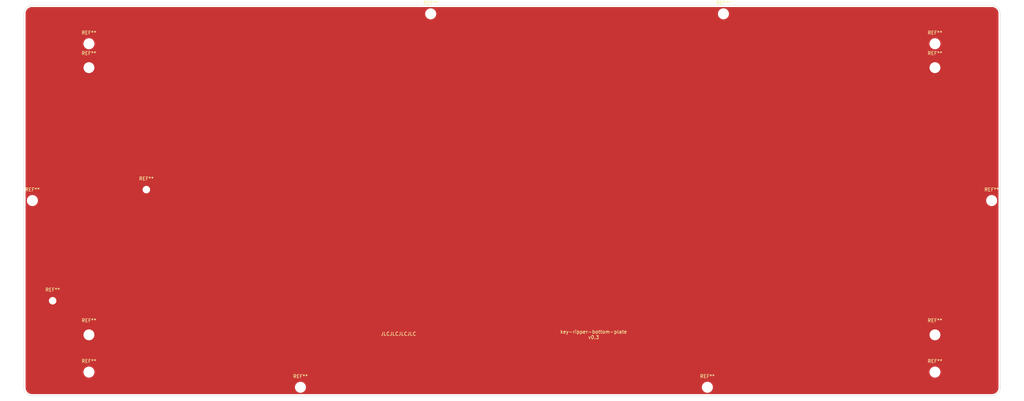
<source format=kicad_pcb>
(kicad_pcb (version 20211014) (generator pcbnew)
  (layers (0 "F.Cu" signal) (31 "B.Cu" signal) (34 "B.Paste" user) (35 "F.Paste" user) (36 "B.SilkS" user "B.Silkscreen") (37 "F.SilkS" user "F.Silkscreen") (38 "B.Mask" user) (39 "F.Mask" user) (44 "Edge.Cuts" user))
  (net 0 "")
  (footprint "MountingHole:MountingHole_2.2mm_M2" (layer "F.Cu") (at 21.55 76.2)
    (fp_text reference "REF**" (at 0 -3.2) (layer "F.SilkS"))
    (fp_text value "MountingHole_2.2mm_M2")
    (pad "" np_thru_hole circle (at 0 0) (size 2.2 2.2) (drill 2.2) (layers *.Cu *.Mask))
  )
  (footprint "MountingHole:MountingHole_2.2mm_M2" (layer "F.Cu") (at 138.125 21.55)
    (fp_text reference "REF**" (at 0 -3.2) (layer "F.SilkS"))
    (fp_text value "MountingHole_2.2mm_M2")
    (pad "" np_thru_hole circle (at 0 0) (size 2.2 2.2) (drill 2.2) (layers *.Cu *.Mask))
  )
  (footprint "MountingHole:MountingHole_2.2mm_M2" (layer "F.Cu") (at 100 130.85)
    (fp_text reference "REF**" (at 0 -3.2) (layer "F.SilkS"))
    (fp_text value "MountingHole_2.2mm_M2")
    (pad "" np_thru_hole circle (at 0 0) (size 2.2 2.2) (drill 2.2) (layers *.Cu *.Mask))
  )
  (footprint "MountingHole:MountingHole_3.2mm_M3" (layer "F.Cu") (at 285.7 37.3)
    (fp_text reference "REF**" (at 0 -4.2) (layer "F.SilkS"))
    (fp_text value "MountingHole_3.2mm_M3")
    (pad "" np_thru_hole circle (at 0 0) (size 3.2 3.2) (drill 3.2) (layers *.Cu *.Mask))
  )
  (footprint "MountingHole:MountingHole_2.2mm_M2" (layer "F.Cu") (at 302.3 76.2)
    (fp_text reference "REF**" (at 0 -3.2) (layer "F.SilkS"))
    (fp_text value "MountingHole_2.2mm_M2")
    (pad "" np_thru_hole circle (at 0 0) (size 2.2 2.2) (drill 2.2) (layers *.Cu *.Mask))
  )
  (footprint "MountingHole:MountingHole_3.2mm_M3" (layer "F.Cu") (at 285.7 115.5)
    (fp_text reference "REF**" (at 0 -4.2) (layer "F.SilkS"))
    (fp_text value "MountingHole_3.2mm_M3")
    (pad "" np_thru_hole circle (at 0 0) (size 3.2 3.2) (drill 3.2) (layers *.Cu *.Mask))
  )
  (footprint "MountingHole:MountingHole_2.2mm_M2" (layer "F.Cu") (at 27.475 105.525)
    (fp_text reference "REF**" (at 0 -3.2) (layer "F.SilkS"))
    (fp_text value "MountingHole_2.2mm_M2")
    (pad "" np_thru_hole circle (at 0 0) (size 2.2 2.2) (drill 2.2) (layers *.Cu *.Mask))
  )
  (footprint "MountingHole:MountingHole_2.2mm_M2" (layer "F.Cu") (at 38.1 30.3)
    (fp_text reference "REF**" (at 0 -3.2) (layer "F.SilkS"))
    (fp_text value "MountingHole_2.2mm_M2")
    (pad "" np_thru_hole circle (at 0 0) (size 2.2 2.2) (drill 2.2) (layers *.Cu *.Mask))
  )
  (footprint "MountingHole:MountingHole_2.2mm_M2" (layer "F.Cu") (at 285.7 126.4)
    (fp_text reference "REF**" (at 0 -3.2) (layer "F.SilkS"))
    (fp_text value "MountingHole_2.2mm_M2")
    (pad "" np_thru_hole circle (at 0 0) (size 2.2 2.2) (drill 2.2) (layers *.Cu *.Mask))
  )
  (footprint "MountingHole:MountingHole_2.2mm_M2" (layer "F.Cu") (at 54.9 73)
    (fp_text reference "REF**" (at 0 -3.2) (layer "F.SilkS"))
    (fp_text value "MountingHole_2.2mm_M2")
    (pad "" np_thru_hole circle (at 0 0) (size 2.2 2.2) (drill 2.2) (layers *.Cu *.Mask))
  )
  (footprint "MountingHole:MountingHole_2.2mm_M2" (layer "F.Cu") (at 38.1 126.4)
    (fp_text reference "REF**" (at 0 -3.2) (layer "F.SilkS"))
    (fp_text value "MountingHole_2.2mm_M2")
    (pad "" np_thru_hole circle (at 0 0) (size 2.2 2.2) (drill 2.2) (layers *.Cu *.Mask))
  )
  (footprint "MountingHole:MountingHole_2.2mm_M2" (layer "F.Cu") (at 285.7 30.3)
    (fp_text reference "REF**" (at 0 -3.2) (layer "F.SilkS"))
    (fp_text value "MountingHole_2.2mm_M2")
    (pad "" np_thru_hole circle (at 0 0) (size 2.2 2.2) (drill 2.2) (layers *.Cu *.Mask))
  )
  (footprint "MountingHole:MountingHole_3.2mm_M3" (layer "F.Cu") (at 38.1 115.5)
    (fp_text reference "REF**" (at 0 -4.2) (layer "F.SilkS"))
    (fp_text value "MountingHole_3.2mm_M3")
    (pad "" np_thru_hole circle (at 0 0) (size 3.2 3.2) (drill 3.2) (layers *.Cu *.Mask))
  )
  (footprint "MountingHole:MountingHole_2.2mm_M2" (layer "F.Cu") (at 223.8 21.55)
    (fp_text reference "REF**" (at 0 -3.2) (layer "F.SilkS"))
    (fp_text value "MountingHole_2.2mm_M2")
    (pad "" np_thru_hole circle (at 0 0) (size 2.2 2.2) (drill 2.2) (layers *.Cu *.Mask))
  )
  (footprint "MountingHole:MountingHole_2.2mm_M2" (layer "F.Cu") (at 219.1 130.85)
    (fp_text reference "REF**" (at 0 -3.2) (layer "F.SilkS"))
    (fp_text value "MountingHole_2.2mm_M2")
    (pad "" np_thru_hole circle (at 0 0) (size 2.2 2.2) (drill 2.2) (layers *.Cu *.Mask))
  )
  (footprint "MountingHole:MountingHole_3.2mm_M3" (layer "F.Cu") (at 38.1 37.3)
    (fp_text reference "REF**" (at 0 -4.2) (layer "F.SilkS"))
    (fp_text value "MountingHole_3.2mm_M3")
    (pad "" np_thru_hole circle (at 0 0) (size 3.2 3.2) (drill 3.2) (layers *.Cu *.Mask))
  )
  (gr_line (start 302.41875 133.35005) (end 21.43125 133.35005) (layer "Edge.Cuts") (width 0.1))
  (gr_arc (start 302.41875 19.05005) (mid 304.102551 19.747514) (end 304.8 21.4313) (layer "Edge.Cuts") (width 0.1))
  (gr_line (start 19.05 130.9688) (end 19.05 21.4313) (layer "Edge.Cuts") (width 0.1))
  (gr_line (start 21.43125 19.05005) (end 302.41875 19.05005) (layer "Edge.Cuts") (width 0.1))
  (gr_arc (start 19.05 21.4313) (mid 19.747452 19.747502) (end 21.43125 19.05005) (layer "Edge.Cuts") (width 0.1))
  (gr_arc (start 21.43125 133.35005) (mid 19.747452 132.652598) (end 19.05 130.9688) (layer "Edge.Cuts") (width 0.1))
  (gr_line (start 304.8 21.4313) (end 304.8 130.9688) (layer "Edge.Cuts") (width 0.1))
  (gr_arc (start 304.8 130.9688) (mid 304.102516 132.652551) (end 302.41875 133.35005) (layer "Edge.Cuts") (width 0.1))
  (gr_text "key-ripper-bottom-plate\nv0.3" (at 185.8 115.4188) (layer "F.SilkS") (effects (font (size 1 1))))
  (gr_text "JLCJLCJLCJLC" (at 128.7 115.2188) (layer "F.SilkS") (effects (font (size 1 1))))
  (zone (net 0) (net_name "") (layer "F.Cu") (connect_pads (clearance 0.508)) (min_thickness 0.254) (fill yes (thermal_gap 0.508) (thermal_bridge_width 0.508) (smoothing fillet))
    (polygon (pts (arc (start 304.8 21.4313) (mid 304.102548 19.747502) (end 302.41875 19.05005)) (arc (start 21.43125 19.05005) (mid 19.747452 19.747502) (end 19.05 21.4313)) (arc (start 19.05 130.9688) (mid 19.747452 132.652598) (end 21.43125 133.35005)) (arc (start 302.41875 133.35005) (mid 304.102548 132.652598) (end 304.8 130.9688))))
  )
)
</source>
